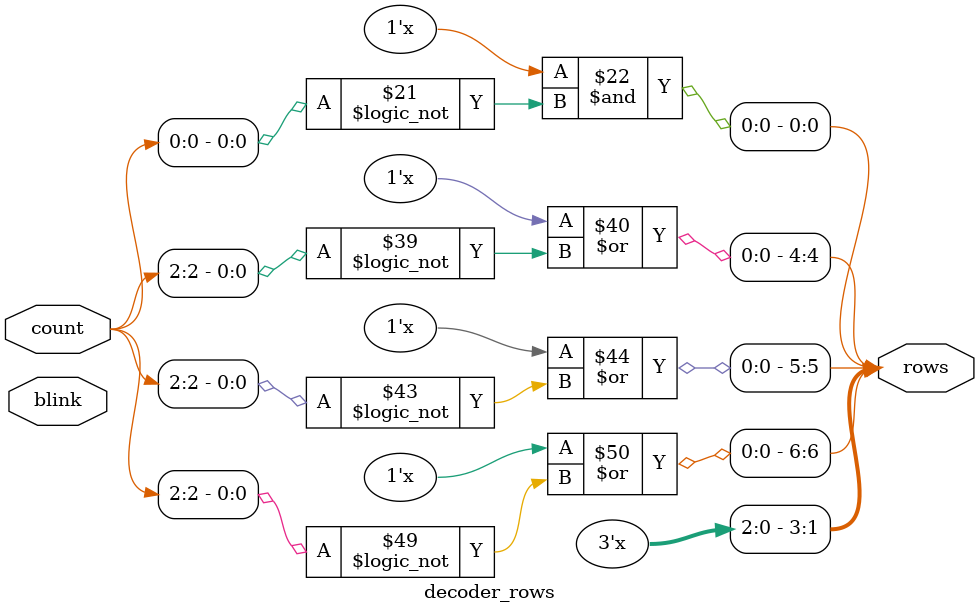
<source format=v>
module decoder_rows(
    input blink,
    input [2:0] count,
    output [6:0] rows
);

/*

| blink | count |  rows   |
|   0   |   0   | ······· |
|   1   |   0   | ······• |
|   0   |   1   | ······• |
|   1   |   1   | ·····•• |
|   0   |   2   | ·····•• |
|   1   |   2   | ····••• |
|   0   |   3   | ····••• |
|   1   |   3   | ···•••• |
|   0   |   4   | ···•••• |
|   1   |   4   | ··••••• |
|   0   |   5   | ··••••• |
|   1   |   5   | ·•••••• |
|   0   |   6   | ·•••••• |
|   1   |   6   | ••••••• |
|   0   |   7   | ••••••• |
|   1   |   7   | ••••••• |
*/

/*
x0 = q2' · q1'
x1 = q2' · q1
x2 = q2 · q1'
x3 = q2 · q1

y0 = p · x0
y1 = p · x1
y2 = p · x2
y3 = p · x3

z0 = p' · x0
z1 = p' · x1
z2 = p' · x2
z3 = p' · x3
*/

and(x[0], !count[2], !count[1]);
and(x[1], !count[2], count[1]);
and(x[2], count[2], !count[1]);
and(x[3], count[2], count[1]);

and(y[0], blink, x[0]);
and(y[1], blink, x[1]);
and(y[2], blink, x[2]);
and(y[3], blink, x[3]);

and(z[0], !blink, x[0]);
and(z[1], !blink, x[1]);
and(z[2], !blink, x[2]);
and(z[3], !blink, x[3]);

// l0 = y0 · q0'
and(rows[0], y[0], !count[0]);

// l1 = x0 · (p + p' · q0')
and(aux[0], !blink, !count[0]);
or(aux[1], aux[0], blink);
and(rows[1], x[0], aux[1]);

// l2 = y0 + z0 + (y1 · q0')
and(aux[2], y[1], !count[0]);
or(rows[2], aux[2], y[0], z[0]);

// l3 = z0 + (p · q2') + (z1 · q0)
and(aux[3], blink, !count[2]);
and(aux[4], z[1], count[0]);
or(rows[3], aux[4], aux[3], z[0]);

// l4 = (y2 · q0') + q2'
and(aux[5], y[2], !count[0]);
or(rows[4], aux[5], !count[2]);

// l5 = (z2 · q0) + y2 + q2'
and(aux[6], z[2], count[0]);
or(rows[5], aux[6], y[2], !count[2]);

// l6 = (y3 · q0') + y2 + z2 + q2'
and(aux[7], y[3], !count[0]);
or(rows[6], aux[7], y[2], z[2], !count[2]);

endmodule

</source>
